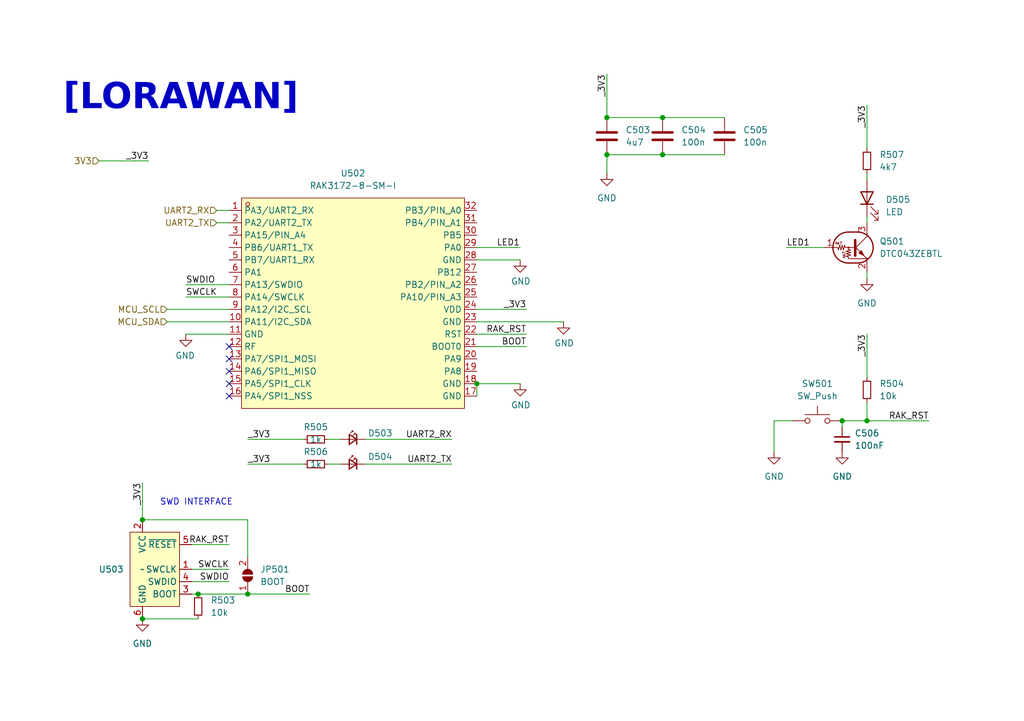
<source format=kicad_sch>
(kicad_sch (version 20231120) (generator "eeschema") (generator_version "8.0")
  (paper "A5")
  (title_block (title "CM5 MINIMA") (date "2024-12-17") (rev "1") (company "Pierluigi Colangeli"))
  (lib_symbols
    (symbol "Connector:RAKWIRELESS_SWD_INTERFACE"
      (property "Reference" "U" (at 0 0 0))
      (symbol "RAKWIRELESS_SWD_INTERFACE_0_1"
        (rectangle (start -2.54 7.62) (end 7.62 -7.62) (fill (type background)))
      )
      (symbol "RAKWIRELESS_SWD_INTERFACE_1_0"
        (pin output line (at 10.16 0 180) (length 2.54) (name "SWCLK") (number "1"))
        (pin power_in line (at 0 10.16 270) (length 2.54) (name "VCC") (number "2"))
        (pin input line (at 10.16 -5.08 180) (length 2.54) (name "BOOT") (number "3"))
        (pin bidirectional line (at 10.16 -2.54 180) (length 2.54) (name "SWDIO") (number "4"))
        (pin open_collector line (at 10.16 5.08 180) (length 2.54) (name "~{RESET}") (number "5"))
        (pin power_in line (at 0 -10.16 90) (length 2.54) (name "GND") (number "6"))
      )
    )
    (symbol "Device:C" (pin_numbers hide) (pin_names (offset 0.254))
      (property "Reference" "C" (at 0.635 2.54 0))
      (property "Value" "C" (at 0.635 -2.54 0))
      (symbol "C_0_1"
        (polyline (pts (xy -2.032 -0.762) (xy 2.032 -0.762)) (stroke (width 0.508)))
        (polyline (pts (xy -2.032 0.762) (xy 2.032 0.762)) (stroke (width 0.508)))
      )
      (symbol "C_1_1"
        (pin passive line (at 0 3.81 270) (length 2.794) (name "~") (number "1"))
        (pin passive line (at 0 -3.81 90) (length 2.794) (name "~") (number "2"))
      )
    )
    (symbol "Device:C_Small" (pin_numbers hide) (pin_names (offset 0.254) hide)
      (property "Reference" "C" (at 0.254 1.778 0))
      (property "Value" "C_Small" (at 0.254 -2.032 0))
      (symbol "C_Small_0_1"
        (polyline (pts (xy -1.524 -0.508) (xy 1.524 -0.508)) (stroke (width 0.3302)))
        (polyline (pts (xy -1.524 0.508) (xy 1.524 0.508)) (stroke (width 0.3048)))
      )
      (symbol "C_Small_1_1"
        (pin passive line (at 0 2.54 270) (length 2.032) (name "~") (number "1"))
        (pin passive line (at 0 -2.54 90) (length 2.032) (name "~") (number "2"))
      )
    )
    (symbol "Device:LED" (pin_numbers hide) (pin_names (offset 1.016) hide)
      (property "Reference" "D" (at 0 2.54 0))
      (property "Value" "LED" (at 0 -2.54 0))
      (symbol "LED_0_1"
        (polyline (pts (xy -1.27 -1.27) (xy -1.27 1.27)) (stroke (width 0.254)))
        (polyline (pts (xy -1.27 0) (xy 1.27 0)))
        (polyline (pts (xy 1.27 -1.27) (xy 1.27 1.27) (xy -1.27 0) (xy 1.27 -1.27)) (stroke (width 0.254)))
        (polyline (pts (xy -3.048 -0.762) (xy -4.572 -2.286) (xy -3.81 -2.286) (xy -4.572 -2.286) (xy -4.572 -1.524)))
        (polyline (pts (xy -1.778 -0.762) (xy -3.302 -2.286) (xy -2.54 -2.286) (xy -3.302 -2.286) (xy -3.302 -1.524)))
      )
      (symbol "LED_1_1"
        (pin passive line (at -3.81 0 0) (length 2.54) (name "K") (number "1"))
        (pin passive line (at 3.81 0 180) (length 2.54) (name "A") (number "2"))
      )
    )
    (symbol "Device:LED_Small" (pin_numbers hide) (pin_names (offset 0.254) hide)
      (property "Reference" "D" (at -1.27 3.175 0))
      (property "Value" "LED_Small" (at -4.445 -2.54 0))
      (symbol "LED_Small_0_1"
        (polyline (pts (xy -0.762 -1.016) (xy -0.762 1.016)) (stroke (width 0.254)))
        (polyline (pts (xy 1.016 0) (xy -0.762 0)))
        (polyline (pts (xy 0.762 -1.016) (xy -0.762 0) (xy 0.762 1.016) (xy 0.762 -1.016)) (stroke (width 0.254)))
        (polyline (pts (xy 0 0.762) (xy -0.508 1.27) (xy -0.254 1.27) (xy -0.508 1.27) (xy -0.508 1.016)))
        (polyline (pts (xy 0.508 1.27) (xy 0 1.778) (xy 0.254 1.778) (xy 0 1.778) (xy 0 1.524)))
      )
      (symbol "LED_Small_1_1"
        (pin passive line (at -2.54 0 0) (length 1.778) (name "K") (number "1"))
        (pin passive line (at 2.54 0 180) (length 1.778) (name "A") (number "2"))
      )
    )
    (symbol "Device:R_Small" (pin_numbers hide) (pin_names (offset 0.254) hide)
      (property "Reference" "R" (at 0.762 0.508 0))
      (property "Value" "R_Small" (at 0.762 -1.016 0))
      (symbol "R_Small_0_1"
        (rectangle (start -0.762 1.778) (end 0.762 -1.778) (stroke (width 0.2032)))
      )
      (symbol "R_Small_1_1"
        (pin passive line (at 0 2.54 270) (length 0.762) (name "~") (number "1"))
        (pin passive line (at 0 -2.54 90) (length 0.762) (name "~") (number "2"))
      )
    )
    (symbol "EasyEDA:RAK3172-8-SM-I"
      (property "Reference" "U" (at 0 24.13 0))
      (property "Value" "RAK3172-8-SM-I" (at 0 -24.13 0))
      (symbol "RAK3172-8-SM-I_0_1"
        (rectangle (start -22.86 21.59) (end 22.86 -21.59) (fill (type background)))
        (circle (center -21.59 20.32) (radius 0.38))
        (pin unspecified line (at -25.4 19.05 0) (length 2.54) (name "PA3/UART2_RX") (number "1"))
        (pin unspecified line (at -25.4 -3.81 0) (length 2.54) (name "PA11/I2C_SDA") (number "10"))
        (pin unspecified line (at -25.4 -6.35 0) (length 2.54) (name "GND") (number "11"))
        (pin unspecified line (at -25.4 -8.89 0) (length 2.54) (name "RF") (number "12"))
        (pin unspecified line (at -25.4 -11.43 0) (length 2.54) (name "PA7/SPI1_MOSI") (number "13"))
        (pin unspecified line (at -25.4 -13.97 0) (length 2.54) (name "PA6/SPI1_MISO") (number "14"))
        (pin unspecified line (at -25.4 -16.51 0) (length 2.54) (name "PA5/SPI1_CLK") (number "15"))
        (pin unspecified line (at -25.4 -19.05 0) (length 2.54) (name "PA4/SPI1_NSS") (number "16"))
        (pin unspecified line (at 25.4 -19.05 180) (length 2.54) (name "GND") (number "17"))
        (pin unspecified line (at 25.4 -16.51 180) (length 2.54) (name "GND") (number "18"))
        (pin unspecified line (at 25.4 -13.97 180) (length 2.54) (name "PA8") (number "19"))
        (pin unspecified line (at -25.4 16.51 0) (length 2.54) (name "PA2/UART2_TX") (number "2"))
        (pin unspecified line (at 25.4 -11.43 180) (length 2.54) (name "PA9") (number "20"))
        (pin unspecified line (at 25.4 -8.89 180) (length 2.54) (name "BOOT0") (number "21"))
        (pin unspecified line (at 25.4 -6.35 180) (length 2.54) (name "RST") (number "22"))
        (pin unspecified line (at 25.4 -3.81 180) (length 2.54) (name "GND") (number "23"))
        (pin unspecified line (at 25.4 -1.27 180) (length 2.54) (name "VDD") (number "24"))
        (pin unspecified line (at 25.4 1.27 180) (length 2.54) (name "PA10/PIN_A3") (number "25"))
        (pin unspecified line (at 25.4 3.81 180) (length 2.54) (name "PB2/PIN_A2") (number "26"))
        (pin unspecified line (at 25.4 6.35 180) (length 2.54) (name "PB12") (number "27"))
        (pin unspecified line (at 25.4 8.89 180) (length 2.54) (name "GND") (number "28"))
        (pin unspecified line (at 25.4 11.43 180) (length 2.54) (name "PA0") (number "29"))
        (pin unspecified line (at -25.4 13.97 0) (length 2.54) (name "PA15/PIN_A4") (number "3"))
        (pin unspecified line (at 25.4 13.97 180) (length 2.54) (name "PB5") (number "30"))
        (pin unspecified line (at 25.4 16.51 180) (length 2.54) (name "PB4/PIN_A1") (number "31"))
        (pin unspecified line (at 25.4 19.05 180) (length 2.54) (name "PB3/PIN_A0") (number "32"))
        (pin unspecified line (at -25.4 11.43 0) (length 2.54) (name "PB6/UART1_TX") (number "4"))
        (pin unspecified line (at -25.4 8.89 0) (length 2.54) (name "PB7/UART1_RX") (number "5"))
        (pin unspecified line (at -25.4 6.35 0) (length 2.54) (name "PA1") (number "6"))
        (pin unspecified line (at -25.4 3.81 0) (length 2.54) (name "PA13/SWDIO") (number "7"))
        (pin unspecified line (at -25.4 1.27 0) (length 2.54) (name "PA14/SWCLK") (number "8"))
        (pin unspecified line (at -25.4 -1.27 0) (length 2.54) (name "PA12/I2C_SCL") (number "9"))
      )
    )
    (symbol "Jumper:SolderJumper_2_Open" (pin_names (offset 0) hide)
      (property "Reference" "JP" (at 0 2.032 0))
      (property "Value" "SolderJumper_2_Open" (at 0 -2.54 0))
      (symbol "SolderJumper_2_Open_0_1"
        (arc (start -0.254 1.016) (mid -1.2656 0) (end -0.254 -1.016))
        (arc (start -0.254 1.016) (mid -1.2656 0) (end -0.254 -1.016) (fill (type outline)))
        (polyline (pts (xy -0.254 1.016) (xy -0.254 -1.016)))
        (polyline (pts (xy 0.254 1.016) (xy 0.254 -1.016)))
        (arc (start 0.254 -1.016) (mid 1.2656 0) (end 0.254 1.016))
        (arc (start 0.254 -1.016) (mid 1.2656 0) (end 0.254 1.016) (fill (type outline)))
      )
      (symbol "SolderJumper_2_Open_1_1"
        (pin passive line (at -3.81 0 0) (length 2.54) (name "A") (number "1"))
        (pin passive line (at 3.81 0 180) (length 2.54) (name "B") (number "2"))
      )
    )
    (symbol "Switch:SW_Push" (pin_numbers hide) (pin_names (offset 1.016) hide)
      (property "Reference" "SW" (at 1.27 2.54 0))
      (property "Value" "SW_Push" (at 0 -1.524 0))
      (symbol "SW_Push_0_1"
        (circle (center -2.032 0) (radius 0.508))
        (polyline (pts (xy 0 1.27) (xy 0 3.048)))
        (polyline (pts (xy 2.54 1.27) (xy -2.54 1.27)))
        (circle (center 2.032 0) (radius 0.508))
        (pin passive line (at -5.08 0 0) (length 2.54) (name "1") (number "1"))
        (pin passive line (at 5.08 0 180) (length 2.54) (name "2") (number "2"))
      )
    )
    (symbol "Transistor_BJT:DTC143E" (pin_names (offset 0) hide)
      (property "Reference" "Q" (at 5.08 1.905 0))
      (property "Value" "DTC143E" (at 5.08 0 0))
      (symbol "DTC143E_0_0"
        (text "4k7" (at -3.302 0.889 0) (effects (font (size 0.508 0.508))))
        (text "4k7" (at -2.159 -1.524 900) (effects (font (size 0.508 0.508))))
      )
      (symbol "DTC143E_0_1"
        (circle (center -1.27 0) (radius 0.127))
        (arc (start -1.27 3.175) (mid -4.4312 0) (end -1.27 -3.175) (stroke (width 0.254)))
        (polyline (pts (xy -3.429 0) (xy -3.81 0)))
        (polyline (pts (xy -1.27 -3.175) (xy 0.635 -3.175)) (stroke (width 0.254)))
        (polyline (pts (xy -1.27 3.175) (xy 0.635 3.175)) (stroke (width 0.254)))
        (polyline (pts (xy 0 -0.254) (xy 2.54 2.286)))
        (polyline (pts (xy 0.127 1.524) (xy 0.127 -1.651)) (stroke (width 0.508)) (fill (type outline)))
        (polyline (pts (xy 2.54 2.286) (xy 2.54 2.54)))
        (polyline (pts (xy 2.54 -2.286) (xy 0 0.254) (xy 0 0.254)))
        (polyline (pts (xy 0.889 -1.143) (xy 1.397 -0.635) (xy 1.905 -1.651) (xy 0.889 -1.143)) (fill (type outline)))
        (polyline (pts (xy 0 0) (xy -1.905 0) (xy -2.032 0.508) (xy -2.286 -0.508) (xy -2.54 0.508) (xy -2.794 -0.508) (xy -3.048 0.508) (xy -3.302 -0.508) (xy -3.429 0)))
        (polyline (pts (xy -1.27 0) (xy -1.27 -0.381) (xy -0.762 -0.508) (xy -1.778 -0.762) (xy -0.762 -1.016) (xy -1.778 -1.27) (xy -0.762 -1.524) (xy -1.778 -1.778) (xy -1.27 -1.905) (xy -1.27 -2.286) (xy 2.54 -2.286)))
        (arc (start 0.635 -3.175) (mid 3.7962 0) (end 0.635 3.175) (stroke (width 0.254)))
        (circle (center 2.54 -2.286) (radius 0.127))
      )
      (symbol "DTC143E_1_1"
        (pin input line (at -6.35 0 0) (length 2.54) (name "B") (number "1"))
        (pin passive line (at 2.54 -5.08 90) (length 2.54) (name "E") (number "2"))
        (pin passive line (at 2.54 5.08 270) (length 2.54) (name "C") (number "3"))
      )
    )
    (symbol "power:GND" (power) (pin_numbers hide) (pin_names (offset 0) hide)
      (property "Value" "GND" (at 0 -3.81 0))
      (symbol "GND_0_1"
        (polyline (pts (xy 0 0) (xy 0 -1.27) (xy 1.27 -1.27) (xy 0 -2.54) (xy -1.27 -1.27) (xy 0 -1.27)))
      )
      (symbol "GND_1_1"
        (pin power_in line (at 0 0 270) (length 0) (name "~") (number "1"))
      )
    )
  )
  (junction (at 135.89 24.13))
  (junction (at 172.72 86.36))
  (junction (at 97.79 78.74))
  (junction (at 124.46 31.75))
  (junction (at 50.8 121.92))
  (junction (at 29.21 106.68))
  (junction (at 135.89 31.75))
  (junction (at 124.46 24.13))
  (junction (at 177.8 86.36))
  (junction (at 29.21 127))
  (junction (at 40.64 121.92))
  (no_connect (at 46.99 76.2))
  (no_connect (at 46.99 78.74))
  (no_connect (at 46.99 81.28))
  (no_connect (at 46.99 73.66))
  (no_connect (at 46.99 71.12))
  (wire (pts (xy 40.64 121.92) (xy 39.37 121.92)))
  (wire (pts (xy 34.29 63.5) (xy 46.99 63.5)))
  (wire (pts (xy 50.8 106.68) (xy 29.21 106.68)))
  (wire (pts (xy 177.8 82.55) (xy 177.8 86.36)))
  (wire (pts (xy 50.8 121.92) (xy 40.64 121.92)))
  (wire (pts (xy 124.46 24.13) (xy 135.89 24.13)))
  (wire (pts (xy 161.29 50.8) (xy 168.91 50.8)))
  (wire (pts (xy 177.8 35.56) (xy 177.8 36.83)))
  (wire (pts (xy 177.8 44.45) (xy 177.8 45.72)))
  (wire (pts (xy 124.46 31.75) (xy 124.46 35.56)))
  (wire (pts (xy 158.75 86.36) (xy 162.56 86.36)))
  (wire (pts (xy 124.46 31.75) (xy 135.89 31.75)))
  (wire (pts (xy 46.99 119.38) (xy 39.37 119.38)))
  (wire (pts (xy 135.89 31.75) (xy 148.59 31.75)))
  (wire (pts (xy 177.8 21.59) (xy 177.8 30.48)))
  (wire (pts (xy 34.29 66.04) (xy 46.99 66.04)))
  (wire (pts (xy 135.89 24.13) (xy 148.59 24.13)))
  (wire (pts (xy 97.79 66.04) (xy 115.57 66.04)))
  (wire (pts (xy 177.8 86.36) (xy 190.5 86.36)))
  (wire (pts (xy 29.21 99.06) (xy 29.21 106.68)))
  (wire (pts (xy 67.31 95.25) (xy 69.85 95.25)))
  (wire (pts (xy 172.72 86.36) (xy 177.8 86.36)))
  (wire (pts (xy 158.75 92.71) (xy 158.75 86.36)))
  (wire (pts (xy 97.79 78.74) (xy 106.68 78.74)))
  (wire (pts (xy 124.46 15.24) (xy 124.46 24.13)))
  (wire (pts (xy 46.99 68.58) (xy 38.1 68.58)))
  (wire (pts (xy 20.32 33.02) (xy 30.48 33.02)))
  (wire (pts (xy 74.93 90.17) (xy 92.71 90.17)))
  (wire (pts (xy 97.79 78.74) (xy 97.79 81.28)))
  (wire (pts (xy 97.79 63.5) (xy 107.95 63.5)))
  (wire (pts (xy 50.8 90.17) (xy 62.23 90.17)))
  (wire (pts (xy 46.99 116.84) (xy 39.37 116.84)))
  (wire (pts (xy 177.8 57.15) (xy 177.8 55.88)))
  (wire (pts (xy 44.45 43.18) (xy 46.99 43.18)))
  (wire (pts (xy 97.79 71.12) (xy 107.95 71.12)))
  (wire (pts (xy 177.8 77.47) (xy 177.8 68.58)))
  (wire (pts (xy 50.8 95.25) (xy 62.23 95.25)))
  (wire (pts (xy 97.79 50.8) (xy 106.68 50.8)))
  (wire (pts (xy 67.31 90.17) (xy 69.85 90.17)))
  (wire (pts (xy 97.79 68.58) (xy 107.95 68.58)))
  (wire (pts (xy 74.93 95.25) (xy 92.71 95.25)))
  (wire (pts (xy 39.37 111.76) (xy 46.99 111.76)))
  (wire (pts (xy 38.1 58.42) (xy 46.99 58.42)))
  (wire (pts (xy 38.1 60.96) (xy 46.99 60.96)))
  (wire (pts (xy 44.45 45.72) (xy 46.99 45.72)))
  (wire (pts (xy 50.8 114.3) (xy 50.8 106.68)))
  (wire (pts (xy 172.72 87.63) (xy 172.72 86.36)))
  (wire (pts (xy 29.21 127) (xy 40.64 127)))
  (wire (pts (xy 97.79 53.34) (xy 106.68 53.34)))
  (wire (pts (xy 63.5 121.92) (xy 50.8 121.92)))
  (text "[LORAWAN]" (at 37.084 21.59 0) (effects (font (size 5.27 5.27) (bold yes))))
  (text "SWD INTERFACE" (at 32.766 103.886 0) (effects (font (size 1.27 1.27)) (justify left bottom)))
  (label "_3V3" (at 177.8 68.58 270))
  (label "SWCLK" (at 38.1 60.96 0))
  (label "RAK_RST" (at 190.5 86.36 180))
  (label "LED1" (at 106.68 50.8 180))
  (label "BOOT" (at 107.95 71.12 180))
  (label "_3V3" (at 30.48 33.02 180))
  (label "UART2_TX" (at 92.71 95.25 180))
  (label "SWCLK" (at 46.99 116.84 180))
  (label "LED1" (at 161.29 50.8 0))
  (label "SWDIO" (at 38.1 58.42 0))
  (label "_3V3" (at 29.21 99.06 270))
  (label "UART2_RX" (at 92.71 90.17 180))
  (label "_3V3" (at 50.8 90.17 0))
  (label "BOOT" (at 63.5 121.92 180))
  (label "_3V3" (at 177.8 21.59 270))
  (label "SWDIO" (at 46.99 119.38 180))
  (label "_3V3" (at 107.95 63.5 180))
  (label "_3V3" (at 124.46 15.24 270))
  (label "RAK_RST" (at 46.99 111.76 180))
  (label "RAK_RST" (at 107.95 68.58 180))
  (label "_3V3" (at 50.8 95.25 0))
  (hierarchical_label "UART2_TX" (shape input) (at 44.45 45.72 180))
  (hierarchical_label "MCU_SDA" (shape input) (at 34.29 66.04 180))
  (hierarchical_label "3V3" (shape input) (at 20.32 33.02 180))
  (hierarchical_label "MCU_SCL" (shape input) (at 34.29 63.5 180))
  (hierarchical_label "UART2_RX" (shape input) (at 44.45 43.18 180))
  (symbol (lib_id "power:GND") (at 29.21 127 0) (unit 1)
    (property "Reference" "#PWR0515" (effects (hide yes)))
    (property "Value" "GND" (at 29.21 132.08 0))
  )
  (symbol (lib_id "EasyEDA:RAK3172-8-SM-I") (at 72.39 62.23 0) (unit 1)
    (property "Reference" "U502" (at 72.39 35.56 0))
    (property "Value" "RAK3172-8-SM-I" (at 72.39 38.1 0))
    (property "Footprint" "EasyEDA:WIRELM-SMD_32P-L15.5-W15.0-P1.00" (effects (hide yes)))
    (property "LCSC Part" "C19723904" (effects (hide yes)))
  )
  (symbol (lib_id "power:GND") (at 172.72 92.71 0) (unit 1)
    (property "Reference" "#PWR0517" (effects (hide yes)))
    (property "Value" "GND" (at 172.72 97.79 0))
  )
  (symbol (lib_id "Jumper:SolderJumper_2_Open") (at 50.8 118.11 90) (unit 1)
    (property "Reference" "JP501" (at 53.34 116.84 90) (effects (justify right)))
    (property "Value" "BOOT" (at 53.34 119.38 90) (effects (justify right)))
    (property "Footprint" "Jumper:SolderJumper-2_P1.3mm_Open_RoundedPad1.0x1.5mm" (effects (hide yes)))
  )
  (symbol (lib_id "power:GND") (at 158.75 92.71 0) (unit 1)
    (property "Reference" "#PWR0516" (effects (hide yes)))
    (property "Value" "GND" (at 158.75 97.79 0))
  )
  (symbol (lib_id "Device:C") (at 135.89 27.94 0) (unit 1)
    (property "Reference" "C504" (at 139.7 26.67 0) (effects (justify left)))
    (property "Value" "100n" (at 139.7 29.21 0) (effects (justify left)))
    (property "Footprint" "Capacitor_SMD:C_0402_1005Metric" (effects (hide yes)))
    (property "P/N" "CC0402KRX7R7BB104" (effects (hide yes)))
    (property "Package" "0402" (effects (hide yes)))
    (property "VAux" "16V" (effects (hide yes)))
    (property "Part Description" "0.1uF 10% 16V Ceramic Capacitor X7R 0402 (1005 Metric)" (effects (hide yes)))
  )
  (symbol (lib_id "power:GND") (at 38.1 68.58 0) (mirror y) (unit 1)
    (property "Reference" "#PWR0505" (effects (hide yes)))
    (property "Value" "GND" (at 37.973 72.9742 0))
    (property "Description" "Power symbol creates a global label with name \"GND\" , ground" (effects (hide yes)))
  )
  (symbol (lib_id "Device:R_Small") (at 64.77 90.17 90) (unit 1)
    (property "Reference" "R505" (at 64.77 87.63 90))
    (property "Value" "1k" (at 64.77 90.17 90))
    (property "Footprint" "Resistor_SMD:R_0402_1005Metric" (effects (hide yes)))
  )
  (symbol (lib_id "Device:C_Small") (at 172.72 90.17 0) (unit 1)
    (property "Reference" "C506" (at 175.26 88.9063 0) (effects (justify left)))
    (property "Value" "100nF" (at 175.26 91.4463 0) (effects (justify left)))
    (property "Footprint" "Capacitor_SMD:C_0402_1005Metric" (effects (hide yes)))
  )
  (symbol (lib_id "Connector:RAKWIRELESS_SWD_INTERFACE") (at 29.21 116.84 0) (unit 1)
    (property "Reference" "U503" (at 25.4 116.84 0) (effects (justify right)))
    (property "Value" "~" (at 29.21 116.84 0))
    (property "Footprint" "Connector:Tag-Connect_TC2030-IDC-NL_2x03_P1.27mm_Vertical" (effects (hide yes)))
  )
  (symbol (lib_id "Device:R_Small") (at 40.64 124.46 0) (unit 1)
    (property "Reference" "R503" (at 43.18 123.19 0) (effects (justify left)))
    (property "Value" "10k" (at 43.18 125.73 0) (effects (justify left)))
    (property "Footprint" "Resistor_SMD:R_0402_1005Metric" (effects (hide yes)))
  )
  (symbol (lib_id "power:GND") (at 124.46 35.56 0) (unit 1)
    (property "Reference" "#PWR0509" (effects (hide yes)))
    (property "Value" "GND" (at 124.46 40.64 0))
    (property "Description" "Power symbol creates a global label with name \"GND\" , ground" (effects (hide yes)))
  )
  (symbol (lib_id "Device:LED_Small") (at 72.39 95.25 0) (mirror y) (unit 1)
    (property "Reference" "D504" (at 77.978 93.726 0))
    (property "Value" "CHRG" (effects (hide yes)))
    (property "Footprint" "LED_SMD:LED_0402_1005Metric" (effects (hide yes)))
  )
  (symbol (lib_id "power:GND") (at 177.8 57.15 0) (unit 1)
    (property "Reference" "#PWR0524" (effects (hide yes)))
    (property "Value" "GND" (at 177.8 62.23 0))
  )
  (symbol (lib_id "Device:C") (at 148.59 27.94 0) (unit 1)
    (property "Reference" "C505" (at 152.4 26.67 0) (effects (justify left)))
    (property "Value" "100n" (at 152.4 29.21 0) (effects (justify left)))
    (property "Footprint" "Capacitor_SMD:C_0402_1005Metric" (effects (hide yes)))
    (property "P/N" "CC0402KRX7R7BB104" (effects (hide yes)))
    (property "Package" "0402" (effects (hide yes)))
    (property "VAux" "16V" (effects (hide yes)))
    (property "Part Description" "0.1uF 10% 16V Ceramic Capacitor X7R 0402 (1005 Metric)" (effects (hide yes)))
  )
  (symbol (lib_id "Device:R_Small") (at 177.8 80.01 0) (unit 1)
    (property "Reference" "R504" (at 180.34 78.74 0) (effects (justify left)))
    (property "Value" "10k" (at 180.34 81.28 0) (effects (justify left)))
    (property "Footprint" "Resistor_SMD:R_0402_1005Metric" (effects (hide yes)))
  )
  (symbol (lib_id "power:GND") (at 106.68 53.34 0) (unit 1)
    (property "Reference" "#PWR0506" (effects (hide yes)))
    (property "Value" "GND" (at 106.807 57.7342 0))
    (property "Description" "Power symbol creates a global label with name \"GND\" , ground" (effects (hide yes)))
  )
  (symbol (lib_id "Device:C") (at 124.46 27.94 0) (unit 1)
    (property "Reference" "C503" (at 128.27 26.67 0) (effects (justify left)))
    (property "Value" "4u7" (at 128.27 29.21 0) (effects (justify left)))
    (property "Footprint" "Capacitor_SMD:C_0805_2012Metric" (effects (hide yes)))
    (property "P/N" "C0805C475M3PAC" (effects (hide yes)))
    (property "Package" "0805" (effects (hide yes)))
    (property "VAux" "25V" (effects (hide yes)))
    (property "Part Description" "4.7uF 10% 10V Ceramic Capacitor X7R 0805 (2012 Metric)" (effects (hide yes)))
  )
  (symbol (lib_id "Device:R_Small") (at 177.8 33.02 0) (unit 1)
    (property "Reference" "R507" (at 180.34 31.75 0) (effects (justify left)))
    (property "Value" "4k7" (at 180.34 34.29 0) (effects (justify left)))
    (property "Footprint" "Resistor_SMD:R_0402_1005Metric" (effects (hide yes)))
  )
  (symbol (lib_id "Device:LED") (at 177.8 40.64 90) (unit 1)
    (property "Reference" "D505" (at 181.61 40.9575 90) (effects (justify right)))
    (property "Value" "LED" (at 181.61 43.4975 90) (effects (justify right)))
    (property "Footprint" "LED_SMD:LED_0402_1005Metric" (effects (hide yes)))
  )
  (symbol (lib_id "Device:R_Small") (at 64.77 95.25 90) (unit 1)
    (property "Reference" "R506" (at 64.77 92.71 90))
    (property "Value" "1k" (at 64.77 95.25 90))
    (property "Footprint" "Resistor_SMD:R_0402_1005Metric" (effects (hide yes)))
  )
  (symbol (lib_id "power:GND") (at 106.68 78.74 0) (unit 1)
    (property "Reference" "#PWR0508" (effects (hide yes)))
    (property "Value" "GND" (at 106.807 83.1342 0))
    (property "Description" "Power symbol creates a global label with name \"GND\" , ground" (effects (hide yes)))
  )
  (symbol (lib_id "Transistor_BJT:DTC143E") (at 175.26 50.8 0) (unit 1)
    (property "Reference" "Q501" (at 180.34 49.53 0) (effects (justify left)))
    (property "Value" "DTC043ZEBTL" (at 180.34 52.07 0) (effects (justify left)))
    (property "Footprint" "Package_TO_SOT_SMD:SOT-416" (effects (hide yes)))
  )
  (symbol (lib_id "Device:LED_Small") (at 72.39 90.17 0) (mirror y) (unit 1)
    (property "Reference" "D503" (at 77.978 88.9 0))
    (property "Value" "CHRG" (effects (hide yes)))
    (property "Footprint" "LED_SMD:LED_0402_1005Metric" (effects (hide yes)))
  )
  (symbol (lib_id "power:GND") (at 115.57 66.04 0) (unit 1)
    (property "Reference" "#PWR0507" (effects (hide yes)))
    (property "Value" "GND" (at 115.697 70.4342 0))
    (property "Description" "Power symbol creates a global label with name \"GND\" , ground" (effects (hide yes)))
  )
  (symbol (lib_id "Switch:SW_Push") (at 167.64 86.36 0) (unit 1)
    (property "Reference" "SW501" (at 167.64 78.74 0))
    (property "Value" "SW_Push" (at 167.64 81.28 0))
    (property "Footprint" "Button_Switch_SMD:SW_Push_SPST_NO_Alps_SKRK" (effects (hide yes)))
  )
)
</source>
